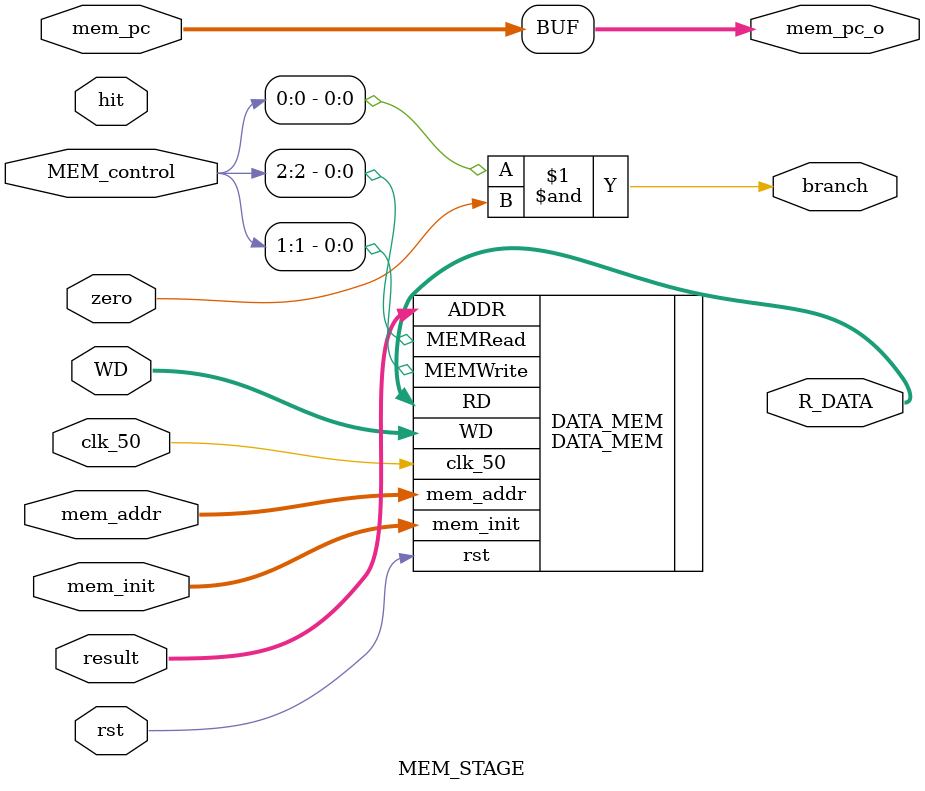
<source format=v>
module MEM_STAGE
(
    input           clk_50              ,
    input           rst                 ,
    input   [4:0]   MEM_control         ,
    input           zero                ,
    input   [31:0]  result              ,
    input   [31:0]  WD                  ,
    input   [31:0]  mem_pc              ,
    input           hit                 ,
    input   [4:0]   mem_addr            ,
    input   [31:0]  mem_init            ,

    output          branch              ,
    output  [31:0]  R_DATA              ,
    output  [31:0]  mem_pc_o            
);

    assign branch = MEM_control[0] & zero;
    assign mem_pc_o = mem_pc;

    DATA_MEM DATA_MEM
    (   
        //INPUT
        .clk_50(clk_50)                 ,
        .rst(rst)                       ,
        .MEMRead(MEM_control[2])        ,
        .MEMWrite(MEM_control[1])       ,
        .ADDR(result)                   ,
        .WD(WD)                         ,
        .mem_addr(mem_addr)             ,
        .mem_init(mem_init)             ,
        
        //OUTPUT        
        .RD(R_DATA)
    );

endmodule
</source>
